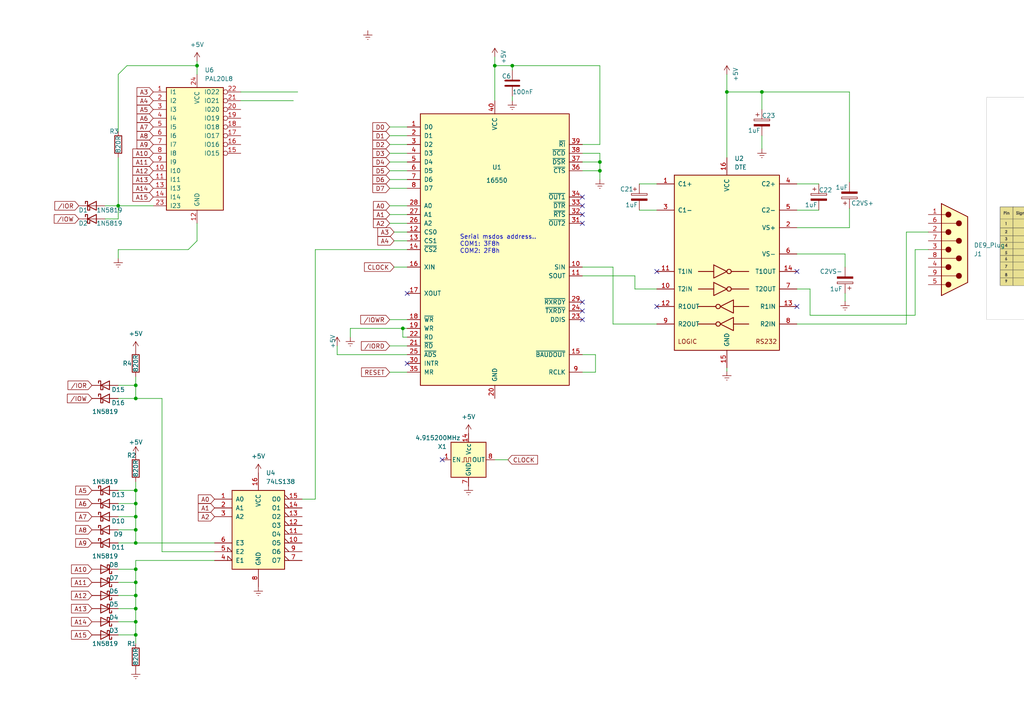
<source format=kicad_sch>
(kicad_sch (version 20230121) (generator eeschema)
  (paper "A4")
  (lib_symbols
    (symbol "74xx:74LS138" (pin_names (offset 1.016))
      (property "Reference" "U" (at -7.62 11.43 0))
      (property "Value" "74LS138" (at -7.62 -13.97 0))
      (symbol "74LS138_1_0"
        (pin input line (at -12.7 7.62 0) (length 5.08) (name "A0") (number "1"))
        (pin output output_low (at 12.7 -5.08 180) (length 5.08) (name "O5") (number "10"))
        (pin output output_low (at 12.7 -2.54 180) (length 5.08) (name "O4") (number "11"))
        (pin output output_low (at 12.7 0 180) (length 5.08) (name "O3") (number "12"))
        (pin output output_low (at 12.7 2.54 180) (length 5.08) (name "O2") (number "13"))
        (pin output output_low (at 12.7 5.08 180) (length 5.08) (name "O1") (number "14"))
        (pin output output_low (at 12.7 7.62 180) (length 5.08) (name "O0") (number "15"))
        (pin power_in line (at 0 15.24 270) (length 5.08) (name "VCC") (number "16"))
        (pin input line (at -12.7 5.08 0) (length 5.08) (name "A1") (number "2"))
        (pin input line (at -12.7 2.54 0) (length 5.08) (name "A2") (number "3"))
        (pin input input_low (at -12.7 -10.16 0) (length 5.08) (name "E1") (number "4"))
        (pin input input_low (at -12.7 -7.62 0) (length 5.08) (name "E2") (number "5"))
        (pin input line (at -12.7 -5.08 0) (length 5.08) (name "E3") (number "6"))
        (pin output output_low (at 12.7 -10.16 180) (length 5.08) (name "O7") (number "7"))
        (pin power_in line (at 0 -17.78 90) (length 5.08) (name "GND") (number "8"))
        (pin output output_low (at 12.7 -7.62 180) (length 5.08) (name "O6") (number "9"))
      )
      (symbol "74LS138_1_1"
        (rectangle (start -7.62 10.16) (end 7.62 -12.7) (stroke (width 0.254)) (fill (type background)))
      )
    )
    (symbol "Connector:DE9_Plug" (pin_names (offset 1.016) hide)
      (property "Reference" "J" (at 0 13.97 0))
      (property "Value" "DE9_Plug" (at 0 -14.605 0))
      (symbol "DE9_Plug_0_1"
        (circle (center -1.778 -10.16) (radius 0.762) (fill (type outline)))
        (circle (center -1.778 -5.08) (radius 0.762) (fill (type outline)))
        (circle (center -1.778 0) (radius 0.762) (fill (type outline)))
        (circle (center -1.778 5.08) (radius 0.762) (fill (type outline)))
        (circle (center -1.778 10.16) (radius 0.762) (fill (type outline)))
        (polyline (pts (xy -3.81 -10.16) (xy -2.54 -10.16)))
        (polyline (pts (xy -3.81 -7.62) (xy 0.508 -7.62)))
        (polyline (pts (xy -3.81 -5.08) (xy -2.54 -5.08)))
        (polyline (pts (xy -3.81 -2.54) (xy 0.508 -2.54)))
        (polyline (pts (xy -3.81 0) (xy -2.54 0)))
        (polyline (pts (xy -3.81 2.54) (xy 0.508 2.54)))
        (polyline (pts (xy -3.81 5.08) (xy -2.54 5.08)))
        (polyline (pts (xy -3.81 7.62) (xy 0.508 7.62)))
        (polyline (pts (xy -3.81 10.16) (xy -2.54 10.16)))
        (polyline (pts (xy -3.81 -13.335) (xy -3.81 13.335) (xy 3.81 9.525) (xy 3.81 -9.525) (xy -3.81 -13.335)) (stroke (width 0.254)) (fill (type background)))
        (circle (center 1.27 -7.62) (radius 0.762) (fill (type outline)))
        (circle (center 1.27 -2.54) (radius 0.762) (fill (type outline)))
        (circle (center 1.27 2.54) (radius 0.762) (fill (type outline)))
        (circle (center 1.27 7.62) (radius 0.762) (fill (type outline)))
      )
      (symbol "DE9_Plug_1_1"
        (pin passive line (at -7.62 -10.16 0) (length 3.81) (name "1") (number "1"))
        (pin passive line (at -7.62 -5.08 0) (length 3.81) (name "2") (number "2"))
        (pin passive line (at -7.62 0 0) (length 3.81) (name "3") (number "3"))
        (pin passive line (at -7.62 5.08 0) (length 3.81) (name "4") (number "4"))
        (pin passive line (at -7.62 10.16 0) (length 3.81) (name "5") (number "5"))
        (pin passive line (at -7.62 -7.62 0) (length 3.81) (name "6") (number "6"))
        (pin passive line (at -7.62 -2.54 0) (length 3.81) (name "7") (number "7"))
        (pin passive line (at -7.62 2.54 0) (length 3.81) (name "8") (number "8"))
        (pin passive line (at -7.62 7.62 0) (length 3.81) (name "9") (number "9"))
      )
    )
    (symbol "Device:C" (pin_numbers hide) (pin_names (offset 0.254))
      (property "Reference" "C" (at 0.635 2.54 0))
      (property "Value" "C" (at 0.635 -2.54 0))
      (symbol "C_0_1"
        (polyline (pts (xy -2.032 -0.762) (xy 2.032 -0.762)) (stroke (width 0.508)))
        (polyline (pts (xy -2.032 0.762) (xy 2.032 0.762)) (stroke (width 0.508)))
      )
      (symbol "C_1_1"
        (pin passive line (at 0 3.81 270) (length 2.794) (name "~") (number "1"))
        (pin passive line (at 0 -3.81 90) (length 2.794) (name "~") (number "2"))
      )
    )
    (symbol "Device:C_Polarized" (pin_numbers hide) (pin_names (offset 0.254))
      (property "Reference" "C" (at 0.635 2.54 0))
      (property "Value" "C_Polarized" (at 0.635 -2.54 0))
      (symbol "C_Polarized_0_1"
        (rectangle (start -2.286 0.508) (end 2.286 1.016))
        (polyline (pts (xy -1.778 2.286) (xy -0.762 2.286)))
        (polyline (pts (xy -1.27 2.794) (xy -1.27 1.778)))
        (rectangle (start 2.286 -0.508) (end -2.286 -1.016) (fill (type outline)))
      )
      (symbol "C_Polarized_1_1"
        (pin passive line (at 0 3.81 270) (length 2.794) (name "~") (number "1"))
        (pin passive line (at 0 -3.81 90) (length 2.794) (name "~") (number "2"))
      )
    )
    (symbol "Device:R" (pin_numbers hide) (pin_names (offset 0))
      (property "Reference" "R" (at 2.032 0 90))
      (property "Value" "R" (at 0 0 90))
      (symbol "R_0_1"
        (rectangle (start -1.016 -2.54) (end 1.016 2.54) (stroke (width 0.254)))
      )
      (symbol "R_1_1"
        (pin passive line (at 0 3.81 270) (length 1.27) (name "~") (number "1"))
        (pin passive line (at 0 -3.81 90) (length 1.27) (name "~") (number "2"))
      )
    )
    (symbol "Diode:1N5819" (pin_numbers hide) (pin_names (offset 1.016) hide)
      (property "Reference" "D" (at 0 2.54 0))
      (property "Value" "1N5819" (at 0 -2.54 0))
      (symbol "1N5819_0_1"
        (polyline (pts (xy 1.27 0) (xy -1.27 0)))
        (polyline (pts (xy 1.27 1.27) (xy 1.27 -1.27) (xy -1.27 0) (xy 1.27 1.27)) (stroke (width 0.254)))
        (polyline (pts (xy -1.905 0.635) (xy -1.905 1.27) (xy -1.27 1.27) (xy -1.27 -1.27) (xy -0.635 -1.27) (xy -0.635 -0.635)) (stroke (width 0.254)))
      )
      (symbol "1N5819_1_1"
        (pin passive line (at -3.81 0 0) (length 2.54) (name "K") (number "1"))
        (pin passive line (at 3.81 0 180) (length 2.54) (name "A") (number "2"))
      )
    )
    (symbol "Interface_UART:16550" (pin_names (offset 1.016))
      (property "Reference" "U" (at -21.59 40.64 0))
      (property "Value" "16550" (at 15.24 40.64 0))
      (symbol "16550_0_1"
        (rectangle (start -21.59 -39.37) (end 21.59 39.37) (stroke (width 0.254)) (fill (type background)))
      )
      (symbol "16550_1_1"
        (pin bidirectional line (at -25.4 35.56 0) (length 3.81) (name "D0") (number "1"))
        (pin input line (at 25.4 -5.08 180) (length 3.81) (name "SIN") (number "10"))
        (pin output line (at 25.4 -7.62 180) (length 3.81) (name "SOUT") (number "11"))
        (pin input line (at -25.4 5.08 0) (length 3.81) (name "CS0") (number "12"))
        (pin input line (at -25.4 2.54 0) (length 3.81) (name "CS1") (number "13"))
        (pin input line (at -25.4 0 0) (length 3.81) (name "~{CS2}") (number "14"))
        (pin output line (at 25.4 -30.48 180) (length 3.81) (name "~{BAUDOUT}") (number "15"))
        (pin input line (at -25.4 -5.08 0) (length 3.81) (name "XIN") (number "16"))
        (pin output line (at -25.4 -12.7 0) (length 3.81) (name "XOUT") (number "17"))
        (pin input line (at -25.4 -20.32 0) (length 3.81) (name "~{WR}") (number "18"))
        (pin input line (at -25.4 -22.86 0) (length 3.81) (name "WR") (number "19"))
        (pin bidirectional line (at -25.4 33.02 0) (length 3.81) (name "D1") (number "2"))
        (pin power_in line (at 0 -43.18 90) (length 3.81) (name "GND") (number "20"))
        (pin input line (at -25.4 -27.94 0) (length 3.81) (name "~{RD}") (number "21"))
        (pin input line (at -25.4 -25.4 0) (length 3.81) (name "RD") (number "22"))
        (pin output line (at 25.4 -20.32 180) (length 3.81) (name "DDIS") (number "23"))
        (pin output line (at 25.4 -17.78 180) (length 3.81) (name "~{TXRDY}") (number "24"))
        (pin input line (at -25.4 -30.48 0) (length 3.81) (name "~{ADS}") (number "25"))
        (pin input line (at -25.4 7.62 0) (length 3.81) (name "A2") (number "26"))
        (pin input line (at -25.4 10.16 0) (length 3.81) (name "A1") (number "27"))
        (pin input line (at -25.4 12.7 0) (length 3.81) (name "A0") (number "28"))
        (pin output line (at 25.4 -15.24 180) (length 3.81) (name "~{RXRDY}") (number "29"))
        (pin bidirectional line (at -25.4 30.48 0) (length 3.81) (name "D2") (number "3"))
        (pin output line (at -25.4 -33.02 0) (length 3.81) (name "INTR") (number "30"))
        (pin output line (at 25.4 7.62 180) (length 3.81) (name "~{OUT2}") (number "31"))
        (pin output line (at 25.4 10.16 180) (length 3.81) (name "~{RTS}") (number "32"))
        (pin output line (at 25.4 12.7 180) (length 3.81) (name "~{DTR}") (number "33"))
        (pin output line (at 25.4 15.24 180) (length 3.81) (name "~{OUT1}") (number "34"))
        (pin input line (at -25.4 -35.56 0) (length 3.81) (name "MR") (number "35"))
        (pin input line (at 25.4 22.86 180) (length 3.81) (name "~{CTS}") (number "36"))
        (pin input line (at 25.4 25.4 180) (length 3.81) (name "~{DSR}") (number "37"))
        (pin input line (at 25.4 27.94 180) (length 3.81) (name "~{DCD}") (number "38"))
        (pin input line (at 25.4 30.48 180) (length 3.81) (name "~{RI}") (number "39"))
        (pin bidirectional line (at -25.4 27.94 0) (length 3.81) (name "D3") (number "4"))
        (pin power_in line (at 0 43.18 270) (length 3.81) (name "VCC") (number "40"))
        (pin bidirectional line (at -25.4 25.4 0) (length 3.81) (name "D4") (number "5"))
        (pin bidirectional line (at -25.4 22.86 0) (length 3.81) (name "D5") (number "6"))
        (pin bidirectional line (at -25.4 20.32 0) (length 3.81) (name "D6") (number "7"))
        (pin bidirectional line (at -25.4 17.78 0) (length 3.81) (name "D7") (number "8"))
        (pin input line (at 25.4 -35.56 180) (length 3.81) (name "RCLK") (number "9"))
      )
    )
    (symbol "Interface_UART:MAX232" (pin_names (offset 1.016))
      (property "Reference" "U" (at -2.54 28.575 0))
      (property "Value" "MAX232" (at -2.54 26.67 0))
      (symbol "MAX232_0_0"
        (text "LOGIC" (at -11.43 -22.86 0) (effects (font (size 1.27 1.27))))
        (text "RS232" (at 11.43 -22.86 0) (effects (font (size 1.27 1.27))))
      )
      (symbol "MAX232_0_1"
        (rectangle (start -15.24 -25.4) (end 15.24 25.4) (stroke (width 0.254)) (fill (type background)))
        (circle (center -2.54 -17.78) (radius 0.635) (stroke (width 0.254)))
        (circle (center -2.54 -12.7) (radius 0.635) (stroke (width 0.254)))
        (polyline (pts (xy -3.81 -7.62) (xy -8.255 -7.62)) (stroke (width 0.254)))
        (polyline (pts (xy -3.81 -2.54) (xy -8.255 -2.54)) (stroke (width 0.254)))
        (polyline (pts (xy -3.175 -17.78) (xy -8.255 -17.78)) (stroke (width 0.254)))
        (polyline (pts (xy -3.175 -12.7) (xy -8.255 -12.7)) (stroke (width 0.254)))
        (polyline (pts (xy 1.27 -7.62) (xy 6.35 -7.62)) (stroke (width 0.254)))
        (polyline (pts (xy 1.27 -2.54) (xy 6.35 -2.54)) (stroke (width 0.254)))
        (polyline (pts (xy 1.905 -17.78) (xy 6.35 -17.78)) (stroke (width 0.254)))
        (polyline (pts (xy 1.905 -12.7) (xy 6.35 -12.7)) (stroke (width 0.254)))
        (polyline (pts (xy -3.81 -5.715) (xy -3.81 -9.525) (xy 0 -7.62) (xy -3.81 -5.715)) (stroke (width 0.254)))
        (polyline (pts (xy -3.81 -0.635) (xy -3.81 -4.445) (xy 0 -2.54) (xy -3.81 -0.635)) (stroke (width 0.254)))
        (polyline (pts (xy 1.905 -15.875) (xy 1.905 -19.685) (xy -1.905 -17.78) (xy 1.905 -15.875)) (stroke (width 0.254)))
        (polyline (pts (xy 1.905 -10.795) (xy 1.905 -14.605) (xy -1.905 -12.7) (xy 1.905 -10.795)) (stroke (width 0.254)))
        (circle (center 0.635 -7.62) (radius 0.635) (stroke (width 0.254)))
        (circle (center 0.635 -2.54) (radius 0.635) (stroke (width 0.254)))
      )
      (symbol "MAX232_1_1"
        (pin passive line (at -20.32 22.86 0) (length 5.08) (name "C1+") (number "1"))
        (pin input line (at -20.32 -7.62 0) (length 5.08) (name "T2IN") (number "10"))
        (pin input line (at -20.32 -2.54 0) (length 5.08) (name "T1IN") (number "11"))
        (pin output line (at -20.32 -12.7 0) (length 5.08) (name "R1OUT") (number "12"))
        (pin input line (at 20.32 -12.7 180) (length 5.08) (name "R1IN") (number "13"))
        (pin output line (at 20.32 -2.54 180) (length 5.08) (name "T1OUT") (number "14"))
        (pin power_in line (at 0 -30.48 90) (length 5.08) (name "GND") (number "15"))
        (pin power_in line (at 0 30.48 270) (length 5.08) (name "VCC") (number "16"))
        (pin power_out line (at 20.32 10.16 180) (length 5.08) (name "VS+") (number "2"))
        (pin passive line (at -20.32 15.24 0) (length 5.08) (name "C1-") (number "3"))
        (pin passive line (at 20.32 22.86 180) (length 5.08) (name "C2+") (number "4"))
        (pin passive line (at 20.32 15.24 180) (length 5.08) (name "C2-") (number "5"))
        (pin power_out line (at 20.32 2.54 180) (length 5.08) (name "VS-") (number "6"))
        (pin output line (at 20.32 -7.62 180) (length 5.08) (name "T2OUT") (number "7"))
        (pin input line (at 20.32 -17.78 180) (length 5.08) (name "R2IN") (number "8"))
        (pin output line (at -20.32 -17.78 0) (length 5.08) (name "R2OUT") (number "9"))
      )
    )
    (symbol "Logic_Programmable:PAL20L8" (pin_names (offset 1.016))
      (property "Reference" "U" (at -8.89 21.59 0))
      (property "Value" "PAL20L8" (at 1.27 21.59 0))
      (symbol "PAL20L8_0_0"
        (pin power_in line (at 0 -20.32 90) (length 3.81) (name "GND") (number "12"))
        (pin power_in line (at 0 22.86 270) (length 3.81) (name "VCC") (number "24"))
      )
      (symbol "PAL20L8_0_1"
        (rectangle (start -8.89 19.05) (end 7.62 -16.51) (stroke (width 0.254)) (fill (type background)))
      )
      (symbol "PAL20L8_1_1"
        (pin input line (at -12.7 17.78 0) (length 3.81) (name "I1") (number "1"))
        (pin input line (at -12.7 -5.08 0) (length 3.81) (name "I10") (number "10"))
        (pin input line (at -12.7 -7.62 0) (length 3.81) (name "I11") (number "11"))
        (pin input line (at -12.7 -10.16 0) (length 3.81) (name "I13") (number "13"))
        (pin input line (at -12.7 -12.7 0) (length 3.81) (name "I14") (number "14"))
        (pin tri_state inverted (at 12.7 0 180) (length 5.08) (name "IO15") (number "15"))
        (pin tri_state inverted (at 12.7 2.54 180) (length 5.08) (name "IO16") (number "16"))
        (pin tri_state inverted (at 12.7 5.08 180) (length 5.08) (name "IO17") (number "17"))
        (pin tri_state inverted (at 12.7 7.62 180) (length 5.08) (name "IO18") (number "18"))
        (pin tri_state inverted (at 12.7 10.16 180) (length 5.08) (name "IO19") (number "19"))
        (pin input line (at -12.7 15.24 0) (length 3.81) (name "I2") (number "2"))
        (pin tri_state inverted (at 12.7 12.7 180) (length 5.08) (name "I020") (number "20"))
        (pin tri_state inverted (at 12.7 15.24 180) (length 5.08) (name "IO21") (number "21"))
        (pin tri_state inverted (at 12.7 17.78 180) (length 5.08) (name "IO22") (number "22"))
        (pin input line (at -12.7 -15.24 0) (length 3.81) (name "I23") (number "23"))
        (pin input line (at -12.7 12.7 0) (length 3.81) (name "I3") (number "3"))
        (pin input line (at -12.7 10.16 0) (length 3.81) (name "I4") (number "4"))
        (pin input line (at -12.7 7.62 0) (length 3.81) (name "I5") (number "5"))
        (pin input line (at -12.7 5.08 0) (length 3.81) (name "I6") (number "6"))
        (pin input line (at -12.7 2.54 0) (length 3.81) (name "I7") (number "7"))
        (pin input line (at -12.7 0 0) (length 3.81) (name "I8") (number "8"))
        (pin input line (at -12.7 -2.54 0) (length 3.81) (name "I9") (number "9"))
      )
    )
    (symbol "Oscillator:CXO_DIP14" (pin_names (offset 0.254))
      (property "Reference" "X" (at -5.08 6.35 0))
      (property "Value" "CXO_DIP14" (at 1.27 -6.35 0))
      (symbol "CXO_DIP14_0_1"
        (rectangle (start -5.08 5.08) (end 5.08 -5.08) (stroke (width 0.254)) (fill (type background)))
        (polyline (pts (xy -1.905 -0.635) (xy -1.27 -0.635) (xy -1.27 0.635) (xy -0.635 0.635) (xy -0.635 -0.635) (xy 0 -0.635) (xy 0 0.635) (xy 0.635 0.635) (xy 0.635 -0.635)))
      )
      (symbol "CXO_DIP14_1_1"
        (pin input line (at -7.62 0 0) (length 2.54) (name "EN") (number "1"))
        (pin power_in line (at 0 7.62 270) (length 2.54) (name "Vcc") (number "14"))
        (pin power_in line (at 0 -7.62 90) (length 2.54) (name "GND") (number "7"))
        (pin output line (at 7.62 0 180) (length 2.54) (name "OUT") (number "8"))
      )
    )
    (symbol "power:+5V" (power) (pin_names (offset 0))
      (property "Value" "+5V" (at 0 3.556 0))
      (symbol "+5V_0_1"
        (polyline (pts (xy -0.762 1.27) (xy 0 2.54)))
        (polyline (pts (xy 0 0) (xy 0 2.54)))
        (polyline (pts (xy 0 2.54) (xy 0.762 1.27)))
      )
      (symbol "+5V_1_1"
        (pin power_in line (at 0 0 90) (length 0) hide (name "+5V") (number "1"))
      )
    )
    (symbol "power:GNDREF" (power) (pin_names (offset 0))
      (property "Value" "GNDREF" (at 0 -3.81 0))
      (symbol "GNDREF_0_1"
        (polyline (pts (xy -0.635 -1.905) (xy 0.635 -1.905)))
        (polyline (pts (xy -0.127 -2.54) (xy 0.127 -2.54)))
        (polyline (pts (xy 0 -1.27) (xy 0 0)))
        (polyline (pts (xy 1.27 -1.27) (xy -1.27 -1.27)))
      )
      (symbol "GNDREF_1_1"
        (pin power_in line (at 0 0 270) (length 0) hide (name "GNDREF") (number "1"))
      )
    )
  )
  (junction (at 143.51 19.05))
  (junction (at 173.99 46.99))
  (junction (at 39.37 111.76))
  (junction (at 34.29 59.69))
  (junction (at 173.99 49.53))
  (junction (at 39.37 157.48))
  (junction (at 116.84 95.25))
  (junction (at 39.37 176.53))
  (junction (at 39.37 184.15))
  (junction (at 210.82 26.67))
  (junction (at 39.37 168.91))
  (junction (at 220.98 26.67))
  (junction (at 39.37 149.86))
  (junction (at 39.37 153.67))
  (junction (at 57.15 19.05))
  (junction (at 39.37 146.05))
  (junction (at 39.37 172.72))
  (junction (at 39.37 142.24))
  (junction (at 39.37 180.34))
  (junction (at 39.37 165.1))
  (junction (at 148.59 19.05))
  (junction (at 39.37 115.57))
  (no_connect (at 168.91 62.23))
  (no_connect (at 190.5 88.9))
  (no_connect (at 128.27 133.35))
  (no_connect (at 168.91 59.69))
  (no_connect (at 118.11 105.41))
  (no_connect (at 118.11 85.09))
  (no_connect (at 168.91 90.17))
  (no_connect (at 168.91 57.15))
  (no_connect (at 231.14 88.9))
  (no_connect (at 168.91 87.63))
  (no_connect (at 168.91 92.71))
  (no_connect (at 190.5 78.74))
  (no_connect (at 168.91 64.77))
  (no_connect (at 231.14 78.74))
  (wire (pts (xy 39.37 184.15) (xy 39.37 186.69)))
  (wire (pts (xy 113.03 59.69) (xy 118.11 59.69)))
  (wire (pts (xy 69.85 26.67) (xy 86.36 26.67)))
  (wire (pts (xy 39.37 176.53) (xy 39.37 180.34)))
  (wire (pts (xy 34.29 184.15) (xy 39.37 184.15)))
  (wire (pts (xy 34.29 157.48) (xy 39.37 157.48)))
  (wire (pts (xy 46.99 160.02) (xy 62.23 160.02)))
  (wire (pts (xy 57.15 64.77) (xy 57.15 69.85)))
  (wire (pts (xy 220.98 26.67) (xy 246.38 26.67)))
  (wire (pts (xy 245.11 85.09) (xy 245.11 87.376)))
  (wire (pts (xy 173.99 41.91) (xy 168.91 41.91)))
  (wire (pts (xy 113.03 41.91) (xy 118.11 41.91)))
  (wire (pts (xy 101.6 95.25) (xy 101.6 97.79)))
  (wire (pts (xy 30.48 59.69) (xy 34.29 59.69)))
  (wire (pts (xy 168.91 49.53) (xy 173.99 49.53)))
  (wire (pts (xy 168.91 80.01) (xy 184.15 80.01)))
  (wire (pts (xy 220.98 39.37) (xy 220.98 43.18)))
  (wire (pts (xy 34.29 72.39) (xy 34.29 74.93)))
  (wire (pts (xy 265.43 91.44) (xy 265.43 72.39)))
  (wire (pts (xy 113.03 52.07) (xy 118.11 52.07)))
  (wire (pts (xy 234.95 91.44) (xy 265.43 91.44)))
  (wire (pts (xy 113.03 36.83) (xy 118.11 36.83)))
  (wire (pts (xy 39.37 168.91) (xy 39.37 172.72)))
  (wire (pts (xy 57.15 69.85) (xy 54.61 72.39)))
  (wire (pts (xy 113.03 49.53) (xy 118.11 49.53)))
  (wire (pts (xy 39.37 139.7) (xy 39.37 142.24)))
  (wire (pts (xy 34.29 149.86) (xy 39.37 149.86)))
  (wire (pts (xy 173.99 49.53) (xy 173.99 52.07)))
  (wire (pts (xy 173.99 19.05) (xy 173.99 41.91)))
  (wire (pts (xy 39.37 149.86) (xy 39.37 153.67)))
  (wire (pts (xy 39.37 165.1) (xy 39.37 168.91)))
  (wire (pts (xy 91.44 72.39) (xy 91.44 144.78)))
  (wire (pts (xy 210.82 21.59) (xy 210.82 26.67)))
  (wire (pts (xy 39.37 157.48) (xy 62.23 157.48)))
  (wire (pts (xy 114.3 77.47) (xy 118.11 77.47)))
  (wire (pts (xy 116.84 97.79) (xy 116.84 95.25)))
  (wire (pts (xy 39.37 162.56) (xy 39.37 165.1)))
  (wire (pts (xy 143.51 16.51) (xy 143.51 19.05)))
  (wire (pts (xy 34.29 142.24) (xy 39.37 142.24)))
  (wire (pts (xy 39.37 153.67) (xy 39.37 157.48)))
  (wire (pts (xy 173.99 46.99) (xy 173.99 49.53)))
  (wire (pts (xy 246.38 26.67) (xy 246.38 52.832)))
  (wire (pts (xy 148.59 20.32) (xy 148.59 19.05)))
  (wire (pts (xy 113.03 107.95) (xy 118.11 107.95)))
  (wire (pts (xy 34.29 180.34) (xy 39.37 180.34)))
  (wire (pts (xy 231.14 60.96) (xy 237.49 60.96)))
  (wire (pts (xy 185.42 53.34) (xy 190.5 53.34)))
  (wire (pts (xy 118.11 95.25) (xy 116.84 95.25)))
  (wire (pts (xy 113.03 64.77) (xy 118.11 64.77)))
  (wire (pts (xy 231.14 83.82) (xy 234.95 83.82)))
  (wire (pts (xy 168.91 46.99) (xy 173.99 46.99)))
  (wire (pts (xy 231.14 93.98) (xy 262.89 93.98)))
  (wire (pts (xy 262.89 67.31) (xy 269.24 67.31)))
  (wire (pts (xy 39.37 162.56) (xy 62.23 162.56)))
  (wire (pts (xy 148.59 29.21) (xy 148.59 27.94)))
  (wire (pts (xy 143.51 19.05) (xy 143.51 29.21)))
  (wire (pts (xy 97.79 102.87) (xy 118.11 102.87)))
  (wire (pts (xy 220.98 26.67) (xy 210.82 26.67)))
  (wire (pts (xy 113.03 62.23) (xy 118.11 62.23)))
  (wire (pts (xy 113.03 92.71) (xy 118.11 92.71)))
  (wire (pts (xy 231.14 66.04) (xy 246.38 66.04)))
  (wire (pts (xy 34.29 168.91) (xy 39.37 168.91)))
  (wire (pts (xy 57.15 19.05) (xy 57.15 21.59)))
  (wire (pts (xy 34.29 38.1) (xy 34.29 21.59)))
  (wire (pts (xy 114.3 69.85) (xy 118.11 69.85)))
  (wire (pts (xy 97.79 100.33) (xy 97.79 102.87)))
  (wire (pts (xy 34.29 111.76) (xy 39.37 111.76)))
  (wire (pts (xy 34.29 72.39) (xy 54.61 72.39)))
  (wire (pts (xy 39.37 109.22) (xy 39.37 111.76)))
  (wire (pts (xy 210.82 106.68) (xy 210.82 107.696)))
  (wire (pts (xy 34.29 146.05) (xy 39.37 146.05)))
  (wire (pts (xy 245.11 73.66) (xy 245.11 77.47)))
  (wire (pts (xy 39.37 115.57) (xy 46.99 115.57)))
  (wire (pts (xy 34.29 153.67) (xy 39.37 153.67)))
  (wire (pts (xy 231.14 53.34) (xy 237.49 53.34)))
  (wire (pts (xy 113.03 44.45) (xy 118.11 44.45)))
  (wire (pts (xy 34.29 59.69) (xy 34.29 63.5)))
  (wire (pts (xy 220.98 31.75) (xy 220.98 26.67)))
  (wire (pts (xy 36.83 19.05) (xy 57.15 19.05)))
  (wire (pts (xy 118.11 67.31) (xy 114.3 67.31)))
  (wire (pts (xy 172.72 102.87) (xy 172.72 107.95)))
  (wire (pts (xy 113.03 46.99) (xy 118.11 46.99)))
  (wire (pts (xy 87.63 144.78) (xy 91.44 144.78)))
  (wire (pts (xy 34.29 115.57) (xy 39.37 115.57)))
  (wire (pts (xy 91.44 72.39) (xy 118.11 72.39)))
  (wire (pts (xy 246.38 66.04) (xy 246.38 60.452)))
  (wire (pts (xy 113.03 100.33) (xy 118.11 100.33)))
  (wire (pts (xy 168.91 44.45) (xy 173.99 44.45)))
  (wire (pts (xy 34.29 45.72) (xy 34.29 59.69)))
  (wire (pts (xy 148.59 19.05) (xy 143.51 19.05)))
  (wire (pts (xy 184.15 80.01) (xy 184.15 83.82)))
  (wire (pts (xy 118.11 97.79) (xy 116.84 97.79)))
  (wire (pts (xy 172.72 107.95) (xy 168.91 107.95)))
  (wire (pts (xy 148.59 19.05) (xy 173.99 19.05)))
  (wire (pts (xy 39.37 111.76) (xy 39.37 115.57)))
  (wire (pts (xy 262.89 93.98) (xy 262.89 67.31)))
  (wire (pts (xy 34.29 172.72) (xy 39.37 172.72)))
  (wire (pts (xy 34.29 21.59) (xy 36.83 19.05)))
  (wire (pts (xy 234.95 83.82) (xy 234.95 91.44)))
  (wire (pts (xy 39.37 142.24) (xy 39.37 146.05)))
  (wire (pts (xy 57.15 17.78) (xy 57.15 19.05)))
  (wire (pts (xy 177.8 93.98) (xy 177.8 77.47)))
  (wire (pts (xy 39.37 180.34) (xy 39.37 184.15)))
  (wire (pts (xy 210.82 26.67) (xy 210.82 45.72)))
  (wire (pts (xy 168.91 102.87) (xy 172.72 102.87)))
  (wire (pts (xy 147.32 133.35) (xy 143.51 133.35)))
  (wire (pts (xy 46.99 115.57) (xy 46.99 160.02)))
  (wire (pts (xy 69.85 29.21) (xy 85.09 29.21)))
  (wire (pts (xy 184.15 83.82) (xy 190.5 83.82)))
  (wire (pts (xy 173.99 44.45) (xy 173.99 46.99)))
  (wire (pts (xy 34.29 176.53) (xy 39.37 176.53)))
  (wire (pts (xy 231.14 73.66) (xy 245.11 73.66)))
  (wire (pts (xy 190.5 93.98) (xy 177.8 93.98)))
  (wire (pts (xy 177.8 77.47) (xy 168.91 77.47)))
  (wire (pts (xy 34.29 59.69) (xy 44.45 59.69)))
  (wire (pts (xy 39.37 146.05) (xy 39.37 149.86)))
  (wire (pts (xy 113.03 39.37) (xy 118.11 39.37)))
  (wire (pts (xy 265.43 72.39) (xy 269.24 72.39)))
  (wire (pts (xy 39.37 172.72) (xy 39.37 176.53)))
  (wire (pts (xy 113.03 54.61) (xy 118.11 54.61)))
  (wire (pts (xy 101.6 95.25) (xy 116.84 95.25)))
  (wire (pts (xy 185.42 60.96) (xy 190.5 60.96)))
  (wire (pts (xy 30.48 63.5) (xy 34.29 63.5)))
  (wire (pts (xy 34.29 165.1) (xy 39.37 165.1)))
  (image (at 333.248 60.452) (scale 1.36653))
  (text "Serial msdos address..\nCOM1: 3F8h\nCOM2: 2F8h\n" (at 133.35 73.66 0) (effects (font (size 1.27 1.27)) (justify left bottom)))
  (global_label "D3" (shape input) (at 113.03 44.45 180) (property "Intersheetrefs" "${INTERSHEET_REFS}" (effects hide)))
  (global_label "A11" (shape input) (at 44.45 46.99 180) (property "Intersheetrefs" "${INTERSHEET_REFS}" (effects hide)))
  (global_label "A12" (shape input) (at 44.45 49.53 180) (property "Intersheetrefs" "${INTERSHEET_REFS}" (effects hide)))
  (global_label "A1" (shape input) (at 113.03 62.23 180) (property "Intersheetrefs" "${INTERSHEET_REFS}" (effects hide)))
  (global_label "D6" (shape input) (at 113.03 52.07 180) (property "Intersheetrefs" "${INTERSHEET_REFS}" (effects hide)))
  (global_label "A13" (shape input) (at 26.67 176.53 180) (property "Intersheetrefs" "${INTERSHEET_REFS}" (effects hide)))
  (global_label "A7" (shape input) (at 44.45 36.83 180) (property "Intersheetrefs" "${INTERSHEET_REFS}" (effects hide)))
  (global_label "A11" (shape input) (at 26.67 168.91 180) (property "Intersheetrefs" "${INTERSHEET_REFS}" (effects hide)))
  (global_label "RESET" (shape input) (at 113.03 107.95 180) (property "Intersheetrefs" "${INTERSHEET_REFS}" (effects hide)))
  (global_label "D1" (shape input) (at 113.03 39.37 180) (property "Intersheetrefs" "${INTERSHEET_REFS}" (effects hide)))
  (global_label "D7" (shape input) (at 113.03 54.61 180) (property "Intersheetrefs" "${INTERSHEET_REFS}" (effects hide)))
  (global_label "CLOCK" (shape input) (at 114.3 77.47 180) (property "Intersheetrefs" "${INTERSHEET_REFS}" (effects hide)))
  (global_label "A14" (shape input) (at 26.67 180.34 180) (property "Intersheetrefs" "${INTERSHEET_REFS}" (effects hide)))
  (global_label "A15" (shape input) (at 26.67 184.15 180) (property "Intersheetrefs" "${INTERSHEET_REFS}" (effects hide)))
  (global_label "A8" (shape input) (at 44.45 39.37 180) (property "Intersheetrefs" "${INTERSHEET_REFS}" (effects hide)))
  (global_label "D2" (shape input) (at 113.03 41.91 180) (property "Intersheetrefs" "${INTERSHEET_REFS}" (effects hide)))
  (global_label "A3" (shape input) (at 44.45 26.67 180) (property "Intersheetrefs" "${INTERSHEET_REFS}" (effects hide)))
  (global_label "A6" (shape input) (at 44.45 34.29 180) (property "Intersheetrefs" "${INTERSHEET_REFS}" (effects hide)))
  (global_label "{slash}IOR" (shape input) (at 26.67 111.76 180) (property "Intersheetrefs" "${INTERSHEET_REFS}" (effects hide)))
  (global_label "A12" (shape input) (at 26.67 172.72 180) (property "Intersheetrefs" "${INTERSHEET_REFS}" (effects hide)))
  (global_label "A0" (shape input) (at 113.03 59.69 180) (property "Intersheetrefs" "${INTERSHEET_REFS}" (effects hide)))
  (global_label "A4" (shape input) (at 114.3 69.85 180) (property "Intersheetrefs" "${INTERSHEET_REFS}" (effects hide)))
  (global_label "{slash}IOWR" (shape input) (at 113.03 92.71 180) (property "Intersheetrefs" "${INTERSHEET_REFS}" (effects hide)))
  (global_label "A6" (shape input) (at 26.67 146.05 180) (property "Intersheetrefs" "${INTERSHEET_REFS}" (effects hide)))
  (global_label "A10" (shape input) (at 26.67 165.1 180) (property "Intersheetrefs" "${INTERSHEET_REFS}" (effects hide)))
  (global_label "A13" (shape input) (at 44.45 52.07 180) (property "Intersheetrefs" "${INTERSHEET_REFS}" (effects hide)))
  (global_label "A15" (shape input) (at 44.45 57.15 180) (property "Intersheetrefs" "${INTERSHEET_REFS}" (effects hide)))
  (global_label "A10" (shape input) (at 44.45 44.45 180) (property "Intersheetrefs" "${INTERSHEET_REFS}" (effects hide)))
  (global_label "A5" (shape input) (at 44.45 31.75 180) (property "Intersheetrefs" "${INTERSHEET_REFS}" (effects hide)))
  (global_label "{slash}IORD" (shape input) (at 113.03 100.33 180) (property "Intersheetrefs" "${INTERSHEET_REFS}" (effects hide)))
  (global_label "A0" (shape input) (at 62.23 144.78 180) (property "Intersheetrefs" "${INTERSHEET_REFS}" (effects hide)))
  (global_label "A5" (shape input) (at 26.67 142.24 180) (property "Intersheetrefs" "${INTERSHEET_REFS}" (effects hide)))
  (global_label "{slash}IOR" (shape input) (at 22.86 59.69 180) (property "Intersheetrefs" "${INTERSHEET_REFS}" (effects hide)))
  (global_label "A3" (shape input) (at 114.3 67.31 180) (property "Intersheetrefs" "${INTERSHEET_REFS}" (effects hide)))
  (global_label "A9" (shape input) (at 44.45 41.91 180) (property "Intersheetrefs" "${INTERSHEET_REFS}" (effects hide)))
  (global_label "A9" (shape input) (at 26.67 157.48 180) (property "Intersheetrefs" "${INTERSHEET_REFS}" (effects hide)))
  (global_label "A2" (shape input) (at 62.23 149.86 180) (property "Intersheetrefs" "${INTERSHEET_REFS}" (effects hide)))
  (global_label "A2" (shape input) (at 113.03 64.77 180) (property "Intersheetrefs" "${INTERSHEET_REFS}" (effects hide)))
  (global_label "A7" (shape input) (at 26.67 149.86 180) (property "Intersheetrefs" "${INTERSHEET_REFS}" (effects hide)))
  (global_label "D4" (shape input) (at 113.03 46.99 180) (property "Intersheetrefs" "${INTERSHEET_REFS}" (effects hide)))
  (global_label "D0" (shape input) (at 113.03 36.83 180) (property "Intersheetrefs" "${INTERSHEET_REFS}" (effects hide)))
  (global_label "A1" (shape input) (at 62.23 147.32 180) (property "Intersheetrefs" "${INTERSHEET_REFS}" (effects hide)))
  (global_label "CLOCK" (shape input) (at 147.32 133.35 0) (property "Intersheetrefs" "${INTERSHEET_REFS}" (effects hide)))
  (global_label "A4" (shape input) (at 44.45 29.21 180) (property "Intersheetrefs" "${INTERSHEET_REFS}" (effects hide)))
  (global_label "{slash}IOW" (shape input) (at 26.67 115.57 180) (property "Intersheetrefs" "${INTERSHEET_REFS}" (effects hide)))
  (global_label "A14" (shape input) (at 44.45 54.61 180) (property "Intersheetrefs" "${INTERSHEET_REFS}" (effects hide)))
  (global_label "D5" (shape input) (at 113.03 49.53 180) (property "Intersheetrefs" "${INTERSHEET_REFS}" (effects hide)))
  (global_label "{slash}IOW" (shape input) (at 22.86 63.5 180) (property "Intersheetrefs" "${INTERSHEET_REFS}" (effects hide)))
  (global_label "A8" (shape input) (at 26.67 153.67 180) (property "Intersheetrefs" "${INTERSHEET_REFS}" (effects hide)))
  (symbol (lib_id "Device:R") (at 39.37 190.5 180) (unit 1)
    (property "Reference" "R1" (at 36.83 186.69 0) (effects (justify right)))
    (property "Value" "820R" (at 39.37 193.04 90) (effects (justify right)))
  )
  (symbol (lib_id "Diode:1N5819") (at 30.48 153.67 0) (unit 1)
    (property "Reference" "D9" (at 34.29 154.94 0))
    (property "Value" "1N5819" (at 30.48 161.29 0))
    (property "Footprint" "Diode_THT:D_DO-41_SOD81_P10.16mm_Horizontal" (effects hide))
    (property "Datasheet" "http://www.vishay.com/docs/88525/1n5817.pdf" (effects hide))
  )
  (symbol (lib_id "Device:C_Polarized") (at 245.11 81.28 180) (unit 1)
    (property "Reference" "C2VS-" (at 244.348 78.74 0) (effects (justify left)))
    (property "Value" "1uF" (at 244.348 83.82 0) (effects (justify left)))
  )
  (symbol (lib_id "Diode:1N5819") (at 30.48 115.57 0) (unit 1)
    (property "Reference" "D16" (at 34.29 116.84 0))
    (property "Value" "1N5819" (effects hide))
    (property "Footprint" "Diode_THT:D_DO-41_SOD81_P10.16mm_Horizontal" (effects hide))
    (property "Datasheet" "http://www.vishay.com/docs/88525/1n5817.pdf" (effects hide))
  )
  (symbol (lib_id "power:+5V") (at 57.15 17.78 0) (unit 1)
    (property "Reference" "#PWR015" (effects hide))
    (property "Value" "+5V" (at 57.15 12.954 0))
  )
  (symbol (lib_id "power:GNDREF") (at 74.93 170.18 0) (unit 1)
    (property "Reference" "#PWR019" (effects hide))
    (property "Value" "GNDREF" (effects hide))
  )
  (symbol (lib_id "power:GNDREF") (at 220.98 43.18 0) (unit 1)
    (property "Reference" "#PWR012" (effects hide))
    (property "Value" "GNDREF" (effects hide))
  )
  (symbol (lib_id "power:GNDREF") (at 101.6 97.79 0) (unit 1)
    (property "Reference" "#PWR03" (effects hide))
    (property "Value" "GNDREF" (effects hide))
  )
  (symbol (lib_id "Logic_Programmable:PAL20L8") (at 57.15 44.45 0) (unit 1)
    (property "Reference" "U6" (at 59.3441 20.32 0) (effects (justify left)))
    (property "Value" "PAL20L8" (at 59.3441 22.86 0) (effects (justify left)))
  )
  (symbol (lib_id "power:GNDREF") (at 106.68 8.89 0) (unit 1)
    (property "Reference" "#PWR010" (effects hide))
    (property "Value" "GNDREF" (effects hide))
  )
  (symbol (lib_id "power:+5V") (at 143.51 16.51 0) (unit 1)
    (property "Reference" "#PWR05" (effects hide))
    (property "Value" "+5V" (at 146.05 16.51 90))
  )
  (symbol (lib_id "Device:C_Polarized") (at 185.42 57.15 0) (unit 1)
    (property "Reference" "C21" (at 179.832 54.864 0) (effects (justify left)))
    (property "Value" "1uF" (at 181.356 59.436 0) (effects (justify left)))
  )
  (symbol (lib_id "Diode:1N5819") (at 30.48 176.53 180) (unit 1)
    (property "Reference" "D5" (at 33.02 175.26 0))
    (property "Value" "1N5819" (effects hide))
    (property "Footprint" "Diode_THT:D_DO-41_SOD81_P10.16mm_Horizontal" (effects hide))
    (property "Datasheet" "http://www.vishay.com/docs/88525/1n5817.pdf" (effects hide))
  )
  (symbol (lib_id "Diode:1N5819") (at 26.67 63.5 0) (unit 1)
    (property "Reference" "D2" (at 24.13 64.77 0))
    (property "Value" "1N5819" (at 31.75 64.77 0))
    (property "Footprint" "Diode_THT:D_DO-41_SOD81_P10.16mm_Horizontal" (effects hide))
    (property "Datasheet" "http://www.vishay.com/docs/88525/1n5817.pdf" (effects hide))
  )
  (symbol (lib_id "power:+5V") (at 39.37 132.08 0) (unit 1)
    (property "Reference" "#PWR02" (effects hide))
    (property "Value" "+5V" (at 39.37 128.27 0))
  )
  (symbol (lib_id "Diode:1N5819") (at 30.48 168.91 180) (unit 1)
    (property "Reference" "D7" (at 33.02 167.64 0))
    (property "Value" "1N5819" (effects hide))
    (property "Footprint" "Diode_THT:D_DO-41_SOD81_P10.16mm_Horizontal" (effects hide))
    (property "Datasheet" "http://www.vishay.com/docs/88525/1n5817.pdf" (effects hide))
  )
  (symbol (lib_id "power:+5V") (at 74.93 137.16 0) (unit 1)
    (property "Reference" "#PWR018" (effects hide))
    (property "Value" "+5V" (at 74.93 132.334 0))
  )
  (symbol (lib_id "Diode:1N5819") (at 30.48 157.48 0) (unit 1)
    (property "Reference" "D11" (at 34.29 158.75 0))
    (property "Value" "1N5819" (at 30.48 139.7 0))
    (property "Footprint" "Diode_THT:D_DO-41_SOD81_P10.16mm_Horizontal" (effects hide))
    (property "Datasheet" "http://www.vishay.com/docs/88525/1n5817.pdf" (effects hide))
  )
  (symbol (lib_id "Diode:1N5819") (at 30.48 146.05 0) (unit 1)
    (property "Reference" "D12" (at 34.29 147.32 0))
    (property "Value" "1N5819" (effects hide))
    (property "Footprint" "Diode_THT:D_DO-41_SOD81_P10.16mm_Horizontal" (effects hide))
    (property "Datasheet" "http://www.vishay.com/docs/88525/1n5817.pdf" (effects hide))
  )
  (symbol (lib_id "Device:C_Polarized") (at 237.49 57.15 0) (unit 1)
    (property "Reference" "C22" (at 237.49 55.118 0) (effects (justify left)))
    (property "Value" "1uF" (at 233.426 59.436 0) (effects (justify left)))
  )
  (symbol (lib_id "Diode:1N5819") (at 30.48 142.24 0) (unit 1)
    (property "Reference" "D13" (at 34.29 143.51 0))
    (property "Value" "1N5819" (effects hide))
    (property "Footprint" "Diode_THT:D_DO-41_SOD81_P10.16mm_Horizontal" (effects hide))
    (property "Datasheet" "http://www.vishay.com/docs/88525/1n5817.pdf" (effects hide))
  )
  (symbol (lib_id "power:GNDREF") (at 210.82 107.696 0) (unit 1)
    (property "Reference" "#PWR06" (effects hide))
    (property "Value" "GNDREF" (effects hide))
  )
  (symbol (lib_id "Device:C_Polarized") (at 246.38 56.642 0) (mirror x) (unit 1)
    (property "Reference" "C2VS+" (at 246.888 58.928 0) (effects (justify left)))
    (property "Value" "1uF" (at 242.316 54.356 0) (effects (justify left)))
  )
  (symbol (lib_id "Diode:1N5819") (at 30.48 149.86 0) (unit 1)
    (property "Reference" "D10" (at 34.29 151.13 0))
    (property "Value" "1N5819" (effects hide))
    (property "Footprint" "Diode_THT:D_DO-41_SOD81_P10.16mm_Horizontal" (effects hide))
    (property "Datasheet" "http://www.vishay.com/docs/88525/1n5817.pdf" (effects hide))
  )
  (symbol (lib_id "Oscillator:CXO_DIP14") (at 135.89 133.35 0) (unit 1)
    (property "Reference" "X1" (at 128.27 129.54 0))
    (property "Value" "4.915200MHz" (at 127 127 0))
    (property "Footprint" "Oscillator:Oscillator_DIP-14" (effects hide))
    (property "Datasheet" "http://cdn-reichelt.de/documents/datenblatt/B400/OSZI.pdf" (effects hide))
  )
  (symbol (lib_id "power:+5V") (at 210.82 21.59 0) (unit 1)
    (property "Reference" "#PWR011" (effects hide))
    (property "Value" "+5V" (at 213.36 21.59 90))
  )
  (symbol (lib_id "Connector:DE9_Plug") (at 276.86 72.39 0) (mirror x) (unit 1)
    (property "Reference" "J1" (at 282.448 73.66 0) (effects (justify left)))
    (property "Value" "DE9_Plug" (at 282.448 71.12 0) (effects (justify left)))
    (property "Datasheet" " ~" (effects hide))
  )
  (symbol (lib_id "power:+5V") (at 97.79 100.33 0) (unit 1)
    (property "Reference" "#PWR09" (effects hide))
    (property "Value" "+5V" (at 96.52 99.06 90))
  )
  (symbol (lib_id "power:GNDREF") (at 245.11 87.376 0) (unit 1)
    (property "Reference" "#PWR07" (effects hide))
    (property "Value" "GNDREF" (effects hide))
  )
  (symbol (lib_id "74xx:74LS138") (at 74.93 152.4 0) (unit 1)
    (property "Reference" "U4" (at 77.1241 137.16 0) (effects (justify left)))
    (property "Value" "74LS138" (at 77.1241 139.7 0) (effects (justify left)))
    (property "Datasheet" "http://www.ti.com/lit/gpn/sn74LS138" (effects hide))
  )
  (symbol (lib_id "Diode:1N5819") (at 30.48 184.15 180) (unit 1)
    (property "Reference" "D3" (at 33.02 182.88 0))
    (property "Value" "1N5819" (effects hide))
    (property "Footprint" "Diode_THT:D_DO-41_SOD81_P10.16mm_Horizontal" (effects hide))
    (property "Datasheet" "http://www.vishay.com/docs/88525/1n5817.pdf" (effects hide))
  )
  (symbol (lib_id "Diode:1N5819") (at 30.48 180.34 180) (unit 1)
    (property "Reference" "D4" (at 33.02 179.07 0))
    (property "Value" "1N5819" (effects hide))
    (property "Footprint" "Diode_THT:D_DO-41_SOD81_P10.16mm_Horizontal" (effects hide))
    (property "Datasheet" "http://www.vishay.com/docs/88525/1n5817.pdf" (effects hide))
  )
  (symbol (lib_id "Device:R") (at 39.37 135.89 180) (unit 1)
    (property "Reference" "R2" (at 36.83 132.08 0) (effects (justify right)))
    (property "Value" "820R" (at 39.37 138.43 90) (effects (justify right)))
  )
  (symbol (lib_id "power:GNDREF") (at 39.37 194.31 0) (unit 1)
    (property "Reference" "#PWR017" (effects hide))
    (property "Value" "GNDREF" (effects hide))
  )
  (symbol (lib_id "Interface_UART:MAX232") (at 210.82 76.2 0) (unit 1)
    (property "Reference" "U2" (at 213.0141 45.974 0) (effects (justify left)))
    (property "Value" "DTE" (at 213.0141 48.514 0) (effects (justify left)))
    (property "Datasheet" "http://www.ti.com/lit/ds/symlink/max232.pdf" (effects hide))
  )
  (symbol (lib_id "Interface_UART:16550") (at 143.51 72.39 0) (unit 1)
    (property "Reference" "U1" (at 142.748 48.514 0) (effects (justify left)))
    (property "Value" "16550" (at 140.97 52.324 0) (effects (justify left)))
    (property "Footprint" "Package_DIP:DIP-40_W15.24mm" (effects hide))
    (property "Datasheet" "http://www.ti.com/lit/ds/symlink/pc16550d.pdf" (effects hide))
  )
  (symbol (lib_id "Device:C") (at 148.59 24.13 0) (unit 1)
    (property "Reference" "C6" (at 145.542 22.098 0) (effects (justify left)))
    (property "Value" "100nF" (at 148.59 26.67 0) (effects (justify left)))
  )
  (symbol (lib_id "Diode:1N5819") (at 30.48 165.1 180) (unit 1)
    (property "Reference" "D8" (at 33.02 163.83 0))
    (property "Value" "1N5819" (at 30.48 186.69 0))
    (property "Footprint" "Diode_THT:D_DO-41_SOD81_P10.16mm_Horizontal" (effects hide))
    (property "Datasheet" "http://www.vishay.com/docs/88525/1n5817.pdf" (effects hide))
  )
  (symbol (lib_id "power:GNDREF") (at 148.59 29.21 0) (unit 1)
    (property "Reference" "#PWR04" (effects hide))
    (property "Value" "GNDREF" (effects hide))
  )
  (symbol (lib_id "Diode:1N5819") (at 30.48 172.72 180) (unit 1)
    (property "Reference" "D6" (at 33.02 171.45 0))
    (property "Value" "1N5819" (effects hide))
    (property "Footprint" "Diode_THT:D_DO-41_SOD81_P10.16mm_Horizontal" (effects hide))
    (property "Datasheet" "http://www.vishay.com/docs/88525/1n5817.pdf" (effects hide))
  )
  (symbol (lib_id "power:+5V") (at 135.89 125.73 0) (unit 1)
    (property "Reference" "#PWR014" (effects hide))
    (property "Value" "+5V" (at 135.89 120.904 0))
  )
  (symbol (lib_id "Diode:1N5819") (at 30.48 111.76 0) (unit 1)
    (property "Reference" "D15" (at 34.29 113.03 0))
    (property "Value" "1N5819" (at 30.48 119.38 0))
    (property "Footprint" "Diode_THT:D_DO-41_SOD81_P10.16mm_Horizontal" (effects hide))
    (property "Datasheet" "http://www.vishay.com/docs/88525/1n5817.pdf" (effects hide))
  )
  (symbol (lib_id "power:GNDREF") (at 173.99 52.07 0) (unit 1)
    (property "Reference" "#PWR013" (effects hide))
    (property "Value" "GNDREF" (effects hide))
  )
  (symbol (lib_id "Diode:1N5819") (at 26.67 59.69 0) (unit 1)
    (property "Reference" "D1" (at 24.13 60.96 0))
    (property "Value" "1N5819" (at 31.75 60.96 0))
    (property "Footprint" "Diode_THT:D_DO-41_SOD81_P10.16mm_Horizontal" (effects hide))
    (property "Datasheet" "http://www.vishay.com/docs/88525/1n5817.pdf" (effects hide))
  )
  (symbol (lib_id "power:GNDREF") (at 34.29 74.93 0) (unit 1)
    (property "Reference" "#PWR016" (effects hide))
    (property "Value" "GNDREF" (effects hide))
  )
  (symbol (lib_id "power:GNDREF") (at 135.89 140.97 0) (unit 1)
    (property "Reference" "#PWR08" (effects hide))
    (property "Value" "GNDREF" (effects hide))
  )
  (symbol (lib_id "power:+5V") (at 39.37 101.6 0) (unit 1)
    (property "Reference" "#PWR01" (effects hide))
    (property "Value" "+5V" (at 39.37 96.774 0))
  )
  (symbol (lib_id "Device:C_Polarized") (at 220.98 35.56 0) (unit 1)
    (property "Reference" "C23" (at 220.98 33.528 0) (effects (justify left)))
    (property "Value" "1uF" (at 216.916 37.846 0) (effects (justify left)))
  )
  (symbol (lib_id "Device:R") (at 34.29 41.91 180) (unit 1)
    (property "Reference" "R3" (at 31.75 38.1 0) (effects (justify right)))
    (property "Value" "820R" (at 34.29 44.45 90) (effects (justify right)))
  )
  (symbol (lib_id "Device:R") (at 39.37 105.41 180) (unit 1)
    (property "Reference" "R4" (at 35.56 105.41 0) (effects (justify right)))
    (property "Value" "820R" (at 39.37 107.95 90) (effects (justify right)))
  )
)
</source>
